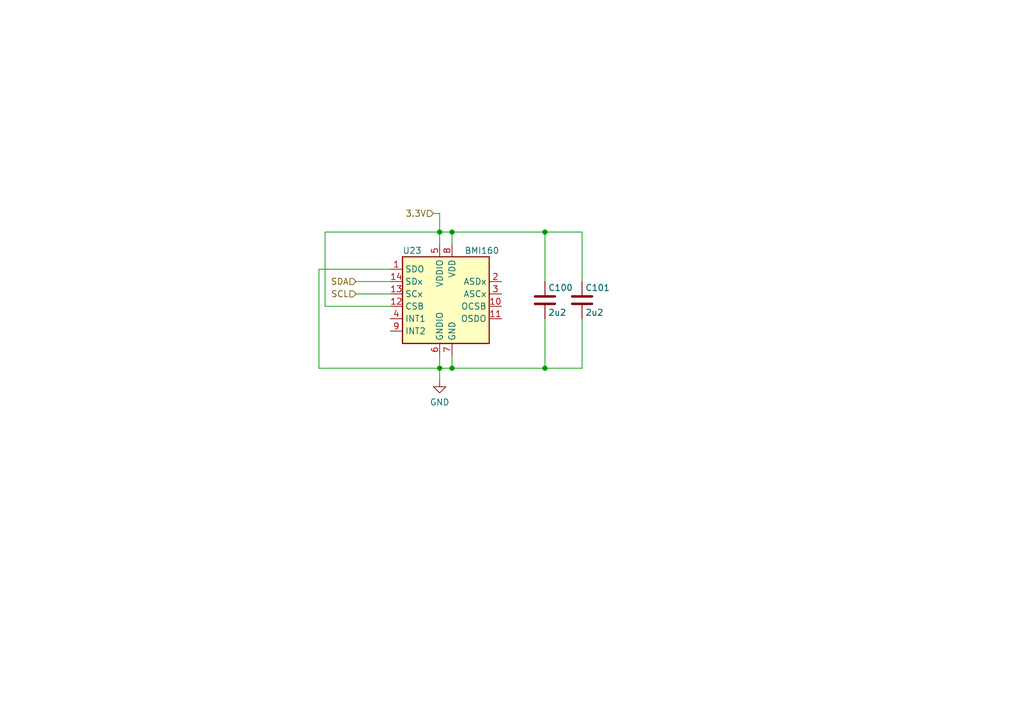
<source format=kicad_sch>
(kicad_sch (version 20211123) (generator eeschema)
  (paper "A5")
  (lib_symbols
    (symbol "Device:C" (pin_numbers hide) (pin_names (offset 0.254))
      (property "Reference" "C" (at 0.635 2.54 0))
      (property "Value" "C" (at 0.635 -2.54 0))
      (symbol "C_0_1"
        (polyline (pts (xy -2.032 -0.762) (xy 2.032 -0.762)) (stroke (width 0.508)))
        (polyline (pts (xy -2.032 0.762) (xy 2.032 0.762)) (stroke (width 0.508)))
      )
      (symbol "C_1_1"
        (pin passive line (at 0 3.81 270) (length 2.794) (name "~") (number "1"))
        (pin passive line (at 0 -3.81 90) (length 2.794) (name "~") (number "2"))
      )
    )
    (symbol "Sensor_Motion:BMI160"
      (property "Reference" "U" (at -10.16 8.89 0))
      (property "Value" "BMI160" (at 7.62 8.89 0))
      (symbol "BMI160_1_1"
        (rectangle (start -10.16 7.62) (end 7.62 -10.16) (stroke (width 0.254)) (fill (type background)))
        (pin bidirectional line (at -12.7 5.08 0) (length 2.54) (name "SDO") (number "1"))
        (pin bidirectional line (at 10.16 -2.54 180) (length 2.54) (name "OCSB") (number "10"))
        (pin bidirectional line (at 10.16 -5.08 180) (length 2.54) (name "OSDO") (number "11"))
        (pin input line (at -12.7 -2.54 0) (length 2.54) (name "CSB") (number "12"))
        (pin input line (at -12.7 0 0) (length 2.54) (name "SCx") (number "13"))
        (pin bidirectional line (at -12.7 2.54 0) (length 2.54) (name "SDx") (number "14"))
        (pin bidirectional line (at 10.16 2.54 180) (length 2.54) (name "ASDx") (number "2"))
        (pin output line (at 10.16 0 180) (length 2.54) (name "ASCx") (number "3"))
        (pin bidirectional line (at -12.7 -5.08 0) (length 2.54) (name "INT1") (number "4"))
        (pin power_in line (at -2.54 10.16 270) (length 2.54) (name "VDDIO") (number "5"))
        (pin power_in line (at -2.54 -12.7 90) (length 2.54) (name "GNDIO") (number "6"))
        (pin power_in line (at 0 -12.7 90) (length 2.54) (name "GND") (number "7"))
        (pin power_in line (at 0 10.16 270) (length 2.54) (name "VDD") (number "8"))
        (pin bidirectional line (at -12.7 -7.62 0) (length 2.54) (name "INT2") (number "9"))
      )
    )
    (symbol "power:GND" (power) (pin_names (offset 0))
      (property "Value" "GND" (at 0 -3.81 0))
      (symbol "GND_0_1"
        (polyline (pts (xy 0 0) (xy 0 -1.27) (xy 1.27 -1.27) (xy 0 -2.54) (xy -1.27 -1.27) (xy 0 -1.27)))
      )
      (symbol "GND_1_1"
        (pin power_in line (at 0 0 270) (length 0) hide (name "GND") (number "1"))
      )
    )
  )
  (junction (at 92.71 47.625))
  (junction (at 111.76 75.565))
  (junction (at 111.76 47.625))
  (junction (at 90.17 47.625))
  (junction (at 92.71 75.565))
  (junction (at 90.17 75.565))
  (wire (pts (xy 65.405 55.245) (xy 65.405 75.565)))
  (wire (pts (xy 111.76 47.625) (xy 119.38 47.625)))
  (wire (pts (xy 90.17 75.565) (xy 90.17 78.105)))
  (wire (pts (xy 92.71 47.625) (xy 90.17 47.625)))
  (wire (pts (xy 111.76 65.405) (xy 111.76 75.565)))
  (wire (pts (xy 80.01 62.865) (xy 66.675 62.865)))
  (wire (pts (xy 66.675 62.865) (xy 66.675 47.625)))
  (wire (pts (xy 111.76 75.565) (xy 92.71 75.565)))
  (wire (pts (xy 111.76 47.625) (xy 111.76 57.785)))
  (wire (pts (xy 90.17 43.815) (xy 90.17 47.625)))
  (wire (pts (xy 119.38 65.405) (xy 119.38 75.565)))
  (wire (pts (xy 73.025 60.325) (xy 80.01 60.325)))
  (wire (pts (xy 92.71 47.625) (xy 111.76 47.625)))
  (wire (pts (xy 65.405 75.565) (xy 90.17 75.565)))
  (wire (pts (xy 88.9 43.815) (xy 90.17 43.815)))
  (wire (pts (xy 92.71 50.165) (xy 92.71 47.625)))
  (wire (pts (xy 66.675 47.625) (xy 90.17 47.625)))
  (wire (pts (xy 92.71 75.565) (xy 90.17 75.565)))
  (wire (pts (xy 90.17 47.625) (xy 90.17 50.165)))
  (wire (pts (xy 92.71 73.025) (xy 92.71 75.565)))
  (wire (pts (xy 73.025 57.785) (xy 80.01 57.785)))
  (wire (pts (xy 119.38 75.565) (xy 111.76 75.565)))
  (wire (pts (xy 90.17 73.025) (xy 90.17 75.565)))
  (wire (pts (xy 119.38 47.625) (xy 119.38 57.785)))
  (wire (pts (xy 80.01 55.245) (xy 65.405 55.245)))
  (hierarchical_label "3.3V" (shape input) (at 88.9 43.815 180))
  (hierarchical_label "SDA" (shape input) (at 73.025 57.785 180))
  (hierarchical_label "SCL" (shape input) (at 73.025 60.325 180))
  (symbol (lib_id "Sensor_Motion:BMI160") (at 92.71 60.325 0) (unit 1)
    (property "Reference" "U23" (at 82.55 51.435 0) (effects (justify left)))
    (property "Value" "BMI160" (at 95.25 51.435 0) (effects (justify left)))
    (property "Footprint" "Package_LGA:Bosch_LGA-14_3x2.5mm_P0.5mm" (effects hide))
    (property "Datasheet" "https://ae-bst.resource.bosch.com/media/_tech/media/datasheets/BST-BMI160-DS000.pdf" (effects hide))
  )
  (symbol (lib_id "Device:C") (at 111.76 61.595 0) (unit 1)
    (property "Reference" "C100" (at 112.395 59.055 0) (effects (justify left)))
    (property "Value" "2u2" (at 112.395 64.135 0) (effects (justify left)))
    (property "Footprint" "Capacitor_SMD:C_0603_1608Metric" (effects hide))
  )
  (symbol (lib_id "Device:C") (at 119.38 61.595 0) (unit 1)
    (property "Reference" "C101" (at 120.015 59.055 0) (effects (justify left)))
    (property "Value" "2u2" (at 120.015 64.135 0) (effects (justify left)))
    (property "Footprint" "Capacitor_SMD:C_0603_1608Metric" (effects hide))
  )
  (symbol (lib_id "power:GND") (at 90.17 78.105 0) (unit 1)
    (property "Reference" "#PWR0265" (effects hide))
    (property "Value" "GND" (at 90.17 82.55 0))
  )
)
</source>
